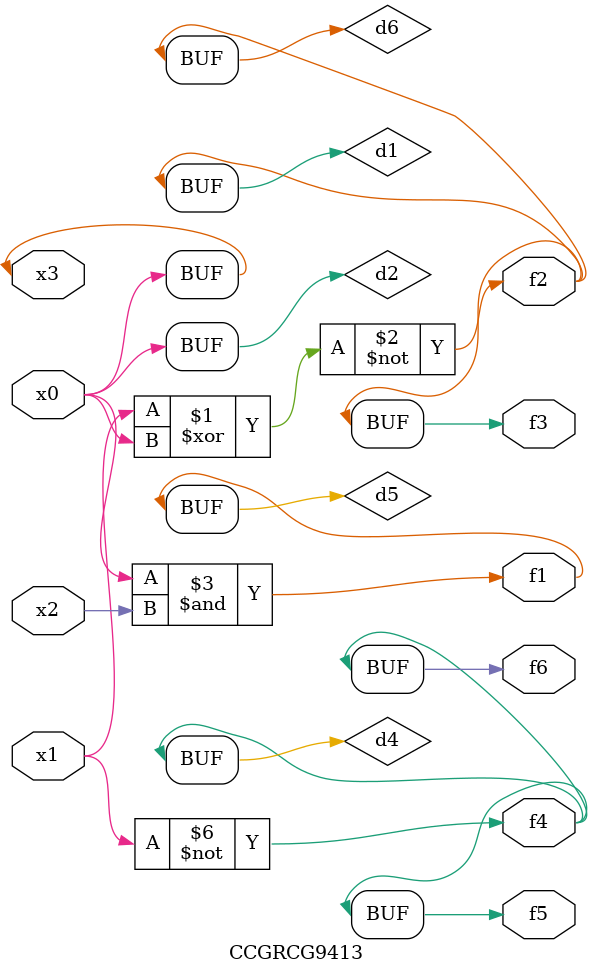
<source format=v>
module CCGRCG9413(
	input x0, x1, x2, x3,
	output f1, f2, f3, f4, f5, f6
);

	wire d1, d2, d3, d4, d5, d6;

	xnor (d1, x1, x3);
	buf (d2, x0, x3);
	nand (d3, x0, x2);
	not (d4, x1);
	nand (d5, d3);
	or (d6, d1);
	assign f1 = d5;
	assign f2 = d6;
	assign f3 = d6;
	assign f4 = d4;
	assign f5 = d4;
	assign f6 = d4;
endmodule

</source>
